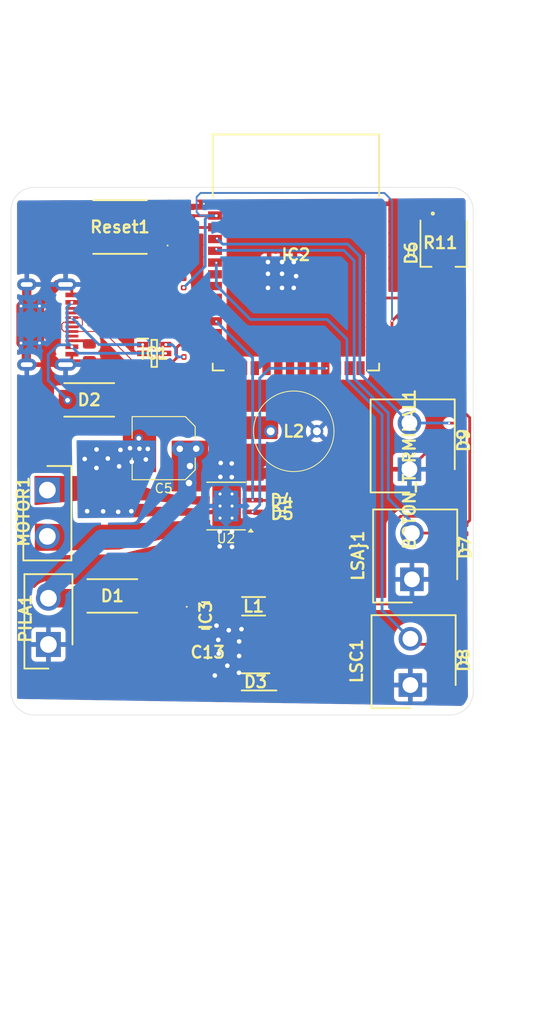
<source format=kicad_pcb>
(kicad_pcb (version 20241229) (generator "pcbnew") (generator_version "9.0")
  (layers (0 "F.Cu" signal) (2 "B.Cu" signal) (13 "F.Paste" user) (15 "B.Paste" user) (5 "F.SilkS" user "F.Silkscreen") (7 "B.SilkS" user "B.Silkscreen") (1 "F.Mask" user) (3 "B.Mask" user) (25 "Edge.Cuts" user))
  (net 0 "")
  (net 1 "Net-(D9-K)")
  (net 2 "GND")
  (net 3 "/Alimentacion/V3.3")
  (net 4 "PGND")
  (net 5 "VDD")
  (net 6 "EN")
  (net 7 "ADC_CH0")
  (net 8 "/Alimentacion/VUSB")
  (net 9 "Net-(IC3-SW)")
  (net 10 "Net-(IC3-BST)")
  (net 11 "Net-(D1-K)")
  (net 12 "D+")
  (net 13 "D-")
  (net 14 "/DRIVER/PWM_DER")
  (net 15 "/DRIVER/PWM_IZ")
  (net 16 "Net-(D7-K)")
  (net 17 "Net-(D8-K)")
  (net 18 "Net-(IC1-I{slash}O1_1)")
  (net 19 "Net-(IC1-I{slash}O2_2)")
  (net 20 "Net-(IC1-I{slash}O2_1)")
  (net 21 "Net-(IC1-I{slash}O1_2)")
  (net 50 "Net-(J1-CC1)")
  (net 52 "Net-(J1-CC2)")
  (net 53 "/DRIVER/MOTOR_OUT1")
  (net 54 "/DRIVER/MOTOR_OUT2")
  (net 55 "Net-(U2-ILIM)")
  (footprint "SamacSys_Parts:SODFL1006X40N" (layer "F.Cu") (at 243.426 114.146 -90)
    (property "Reference" "D8")
    (property "Value" "ESD9B3.3ST5G" (hide yes))
  )
  (footprint "PCM_JLCPCB:C_0603" (layer "F.Cu") (at 212.216 84.666)
    (property "Reference" "C10" (hide yes))
    (property "Value" "22uF" (hide yes))
  )
  (footprint "PCM_JLCPCB:R_0402" (layer "F.Cu") (at 236.726 80.296 90)
    (property "Reference" "R7" (hide yes))
    (property "Value" "4.7kΩ" (hide yes))
  )
  (footprint "SamacSys_Parts:SODFL1006X40N" (layer "F.Cu") (at 223.786 98.306)
    (property "Reference" "D5")
    (property "Value" "ESD9B3.3ST5G" (hide yes))
  )
  (footprint "PCM_JLCPCB:C_0402" (layer "F.Cu") (at 214.186 82.986 -90)
    (property "Reference" "C15" (hide yes))
    (property "Value" "1uF")
  )
  (footprint "SamacSys_Parts:SODFL1006X40N" (layer "F.Cu") (at 243.416 90.386 -90)
    (property "Reference" "D9")
    (property "Value" "ESD9B3.3ST5G" (hide yes))
  )
  (footprint "PCM_JLCPCB:R_0805" (layer "F.Cu") (at 202.936 80.876 -90)
    (property "Reference" "R10" (hide yes))
    (property "Value" "5.1kΩ")
  )
  (footprint "SamacSys_Parts:SHDR2W160P0X500_1X2_1020X520X1070P" (layer "F.Cu") (at 198.391 95.761 -90)
    (property "Reference" "MOTOR1")
    (property "Value" "XT30UPB-M" (hide yes))
  )
  (footprint "Capacitor_SMD:C_Elec_6.3x7.7" (layer "F.Cu") (at 210.971 91.231 180)
    (property "Reference" "C5")
    (property "Value" "47uF")
  )
  (footprint "SamacSys_Parts:SODFL1006X40N" (layer "F.Cu") (at 223.756 96.876)
    (property "Reference" "D4")
    (property "Value" "ESD9B3.3ST5G" (hide yes))
  )
  (footprint "PCM_JLCPCB:R_0603" (layer "F.Cu") (at 222.621 94.751 90)
    (property "Reference" "R2" (hide yes))
    (property "Value" "30kΩ")
  )
  (footprint "PCM_JLCPCB:C_0603" (layer "F.Cu") (at 217.958 106.066)
    (property "Reference" "C11" (hide yes))
    (property "Value" "100nF")
  )
  (footprint "PCM_JLCPCB:R_0402" (layer "F.Cu") (at 213.666 81.376 180)
    (property "Reference" "R6" (hide yes))
    (property "Value" "33Ω" (hide yes))
  )
  (footprint "SamacSys_Parts:SHDR2W105P0X500_1X2_1000X900X1260P" (layer "F.Cu") (at 237.556 93.511 90)
    (property "Reference" "BOTON_TERMINAL1")
    (property "Value" "WJ300V-5.0-2P" (hide yes))
  )
  (footprint "PCM_JLCPCB:R_0805" (layer "F.Cu") (at 203.2035 75.426 90)
    (property "Reference" "R9" (hide yes))
    (property "Value" "5.1kΩ")
  )
  (footprint "PCM_JLCPCB:C_0402" (layer "F.Cu") (at 213.686 78.716 180)
    (property "Reference" "C16" (hide yes))
    (property "Value" "1uF")
  )
  (footprint "Package_SO:Texas_HTSOP-8-1EP_3.9x4.9mm_P1.27mm_EP2.95x4.9mm_Mask2.4x3.1mm_ThermalVias" (layer "F.Cu") (at 217.721 97.486 180)
    (property "Reference" "U2")
    (property "Value" "DRV8871DDA")
  )
  (footprint "SamacSys_Parts:3314J-1" (layer "F.Cu") (at 241.246 69.136)
    (property "Reference" "R11")
    (property "Value" "3314J-1-103E" (hide yes))
  )
  (footprint "SamacSys_Parts:ESP32S3WROOM1N16" (layer "F.Cu") (at 225.276 70.086)
    (property "Reference" "IC2")
    (property "Value" "ESP32-S3-WROOM-1-N16" (hide yes))
  )
  (footprint "SamacSys_Parts:SHDR2W105P0X500_1X2_1000X900X1260P" (layer "F.Cu") (at 237.656 116.826 90)
    (property "Reference" "LSC1")
    (property "Value" "WJ300V-5.0-2P" (hide yes))
  )
  (footprint "SamacSys_Parts:DIONM5436X244N" (layer "F.Cu") (at 202.916 86.016 180)
    (property "Reference" "D2")
    (property "Value" "SS210-E3_52T" (hide yes))
  )
  (footprint "PCM_JLCPCB:C_0603" (layer "F.Cu") (at 212.806 65.756 90)
    (property "Reference" "C1" (hide yes))
    (property "Value" "22uF")
  )
  (footprint "SamacSys_Parts:RLB1014104KL" (layer "F.Cu") (at 227.544 89.408 180)
    (property "Reference" "L2")
    (property "Value" "RLB1014-104KL" (hide yes))
  )
  (footprint "SamacSys_Parts:CAPC3216X180N" (layer "F.Cu") (at 215.738 113.286 180)
    (property "Reference" "C13")
    (property "Value" "10uF" (hide yes))
  )
  (footprint "PCM_JLCPCB:C_0402" (layer "F.Cu") (at 214.076 65.726 90)
    (property "Reference" "C2" (hide yes))
    (property "Value" "100nF")
  )
  (footprint "PCM_JLCPCB:R_0402" (layer "F.Cu") (at 243.416 88.086 90)
    (property "Reference" "R3" (hide yes))
    (property "Value" "4.7kΩ" (hide yes))
  )
  (footprint "SamacSys_Parts:SHDR2W105P0X500_1X2_1000X900X1260P" (layer "F.Cu") (at 237.826 105.406 90)
    (property "Reference" "LSA}1")
    (property "Value" "WJ300V-5.0-2P" (hide yes))
  )
  (footprint "SamacSys_Parts:SHDR2W160P0X500_1X2_1020X520X1070P" (layer "F.Cu") (at 198.506 112.446 90)
    (property "Reference" "PILA1")
    (property "Value" "XT30UPB-M" (hide yes))
  )
  (footprint "PCM_JLCPCB:C_0402" (layer "F.Cu") (at 218.686 90.424 90)
    (property "Reference" "C4" (hide yes))
    (property "Value" "10nF")
  )
  (footprint "SamacSys_Parts:AP63203WU7" (layer "F.Cu") (at 215.517 109.316 -90)
    (property "Reference" "IC3")
    (property "Value" "AP63203WU-7" (hide yes))
  )
  (footprint "SamacSys_Parts:SODFL1006X40N" (layer "F.Cu") (at 243.596 101.976 -90)
    (property "Reference" "D7")
    (property "Value" "ESD9B3.3ST5G" (hide yes))
  )
  (footprint "PCM_JLCPCB:C_0603" (layer "F.Cu") (at 216.111 93.921)
    (property "Reference" "C6" (hide yes))
    (property "Value" "100nF")
  )
  (footprint "PCM_JLCPCB:C_0402" (layer "F.Cu") (at 237.746 67.636 90)
    (property "Reference" "C8" (hide yes))
    (property "Value" "100nF")
  )
  (footprint "PCM_JLCPCB:C_1206" (layer "F.Cu") (at 220.798 110.796 180)
    (property "Reference" "C12" (hide yes))
    (property "Value" "22uF")
  )
  (footprint "PCM_JLCPCB:C_0402" (layer "F.Cu") (at 209.9515 83.3105)
    (property "Reference" "C9" (hide yes))
    (property "Value" "100nF")
  )
  (footprint "SamacSys_Parts:SOT95P280X145-6N" (layer "F.Cu") (at 209.9515 80.9905)
    (property "Reference" "IC1")
    (property "Value" "USBLC6-2SC6" (hide yes))
  )
  (footprint "PCM_JLCPCB:C_0402" (layer "F.Cu") (at 212.036 73.416 90)
    (property "Reference" "C7" (hide yes))
    (property "Value" "100nF")
  )
  (footprint "SamacSys_Parts:XKB5858WTP" (layer "F.Cu") (at 206.246 67.336 180)
    (property "Reference" "Reset1")
    (property "Value" "XKB5858-W-TP" (hide yes))
  )
  (footprint "SamacSys_Parts:SODFL1006X40N" (layer "F.Cu") (at 237.746 70.136 -90)
    (property "Reference" "D6")
    (property "Value" "ESD9B3.3ST5G" (hide yes))
  )
  (footprint "PCM_JLCPCB:R_0402" (layer "F.Cu") (at 243.366 111.926 -90)
    (property "Reference" "R5" (hide yes))
    (property "Value" "4.7kΩ" (hide yes))
  )
  (footprint "PCM_JLCPCB:R_0402" (layer "F.Cu") (at 243.626 99.976 90)
    (property "Reference" "R4" (hide yes))
    (property "Value" "4.7kΩ" (hide yes))
  )
  (footprint "PCM_JLCPCB:R_0402" (layer "F.Cu") (at 213.136 73.396 90)
    (property "Reference" "R1" (hide yes))
    (property "Value" "10kΩ" (hide yes))
  )
  (footprint "PCM_JLCPCB:C_1206" (layer "F.Cu") (at 220.798 113.406 180)
    (property "Reference" "C14" (hide yes))
    (property "Value" "22uF")
  )
  (footprint "SamacSys_Parts:INDM2520X190N" (layer "F.Cu") (at 220.698 108.316)
    (property "Reference" "L1")
    (property "Value" "NLV25T-3R9J-PF" (hide yes))
  )
  (footprint "SamacSys_Parts:SOD3718X108N" (layer "F.Cu") (at 220.908 116.486 180)
    (property "Reference" "D3")
    (property "Value" "SMF3.3" (hide yes))
  )
  (footprint "PCM_JLCPCB:TYPE-C-SMD_HX-TYPE-C-16PIN" (layer "F.Cu") (at 198.5435 77.876 -90)
    (property "Reference" "J1" (hide yes))
    (property "Value" "Connector, USB-TYPE-C-16P")
  )
  (footprint "PCM_JLCPCB:C_0402" (layer "F.Cu") (at 212.526 74.986 180)
    (property "Reference" "C3" (hide yes))
    (property "Value" "100nF")
  )
  (footprint "PCM_JLCPCB:R_0402" (layer "F.Cu") (at 213.646 80.086 180)
    (property "Reference" "R8" (hide yes))
    (property "Value" "33Ω" (hide yes))
  )
  (footprint "SamacSys_Parts:DIONM5436X244N" (layer "F.Cu") (at 205.416 107.196 180)
    (property "Reference" "D1")
    (property "Value" "SS210-E3_52T" (hide yes))
  )
  (gr_rect (start 201.736 90.531) (end 209.696 93.741) (stroke (width 0.2)) (fill yes) (layer "F.Cu") (net 4))
  (gr_rect (start 219.2085 93.446) (end 223.181 94.461) (stroke (width 0.2)) (fill yes) (layer "F.Cu") (net 2))
  (gr_rect (start 215.678 109.936) (end 220.188 117.436) (stroke (width 0.2)) (fill yes) (layer "F.Cu") (net 2))
  (gr_rect (start 206.654 89.196) (end 210.058 93.726) (stroke (width 0.2)) (fill yes) (layer "F.Cu") (net 4))
  (gr_rect (start 211.941 90.521) (end 215.691 95.811) (stroke (width 0.2)) (fill yes) (layer "F.Cu") (net 5))
  (gr_rect (start 206.654 87.905) (end 223.266 89.641) (stroke (width 0.2)) (fill yes) (layer "F.Cu") (net 4))
  (gr_rect (start 218.262 87.905) (end 223.19 90.149) (stroke (width 0.2)) (fill yes) (layer "F.Cu") (net 4))
  (gr_rect (start 216.361 98.911) (end 221.911 100.051) (stroke (width 0.2)) (fill yes) (layer "F.Cu") (net 2))
  (gr_poly (pts (xy 215.872193 96.511541) (xy 213.106 96.542229) (xy 210.206763 95.994963) (xy 205.830462 94.362082) (xy 197.08864 94.322625) (xy 197.104 97.282) (xy 201.93 96.774) (xy 208.965373 96.774) (xy 215.8255 97.345946)) (stroke (width 0.2)) (fill yes) (layer "F.Cu") (net 53))
  (gr_rect (start 216.158 108.876) (end 219.998 109.576) (stroke (width 0.2)) (fill yes) (layer "F.Cu") (net 9))
  (gr_rect (start 218.208 105.566) (end 219.998 109.576) (stroke (width 0.2)) (fill yes) (layer "F.Cu") (net 9))
  (gr_poly (pts (xy 215.9 99.822) (xy 212.061 100.661) (xy 206.166406 102.079975) (xy 197.125838 102.238234) (xy 197.146 99.476) (xy 200.476 99.546) (xy 204.811 99.601) (xy 215.9 99.06)) (stroke (width 0.2)) (fill yes) (layer "F.Cu") (net 54))
  (gr_rect (start 220.016 95.351) (end 222.961 95.821) (stroke (width 0.2)) (fill yes) (layer "F.Cu") (net 55))
  (gr_poly (pts (xy 215.201 97.871) (xy 210.011 97.641) (xy 208.965373 97.35008) (xy 201.84791 97.314846) (xy 201.827817 98.641) (xy 207.471 98.641) (xy 209.881 98.471) (xy 215.141 98.401)) (stroke (width 0.2)) (fill yes) (layer "F.Cu") (net 4))
  (gr_rect (start 221.216 106.416) (end 223.376 117.346) (stroke (width 0.2)) (fill yes) (layer "F.Cu") (net 3))
  (gr_rect (start 216.361 91.881) (end 219.221 102.811) (stroke (width 0.2)) (fill yes) (layer "F.Cu") (net 2))
  (gr_poly (pts (xy 210.001 90.506385) (xy 201.645156 90.473404) (xy 201.764891 98.695149) (xy 207.583844 98.63632) (xy 210.001 93.181) (xy 210.011 90.651)) (stroke (width 0.2)) (fill yes) (layer "B.Cu") (net 4))
  (gr_line (start 244.456 65.556) (end 244.456 117.556) (stroke (width 0.05)) (layer "Edge.Cuts"))
  (gr_arc (start 244.456 117.556) (mid 243.723767 119.323767) (end 241.956 120.056) (stroke (width 0.05)) (layer "Edge.Cuts"))
  (gr_line (start 196.956 63.056) (end 241.956 63.056) (stroke (width 0.05)) (layer "Edge.Cuts"))
  (gr_line (start 241.956 120.056) (end 196.956 120.056) (stroke (width 0.05)) (layer "Edge.Cuts"))
  (gr_arc (start 196.956 120.056) (mid 195.188233 119.323767) (end 194.456 117.556) (stroke (width 0.05)) (layer "Edge.Cuts"))
  (gr_arc (start 241.956 63.056) (mid 243.723767 63.788233) (end 244.456 65.556) (stroke (width 0.05)) (layer "Edge.Cuts"))
  (gr_line (start 194.456 117.556) (end 194.456 65.556) (stroke (width 0.05)) (layer "Edge.Cuts"))
  (gr_arc (start 194.456 65.556) (mid 195.188233 63.788233) (end 196.956 63.056) (stroke (width 0.05)) (layer "Edge.Cuts"))
  (segment (start 243.356 88.526) (end 243.416 88.586) (width 0.3) (layer "F.Cu") (net 1))
  (segment (start 241.846 88.526) (end 243.356 88.526) (width 0.3) (layer "F.Cu") (net 1))
  (segment (start 243.416 89.886) (end 243.416 88.586) (width 0.3) (layer "F.Cu") (net 1))
  (via (at 216.736 68.576) (size 0.2) (drill 0.2) (layers "F.Cu" "B.Cu") (net 1))
  (via (at 241.846 88.526) (size 0.2) (drill 0.2) (layers "F.Cu" "B.Cu") (net 1))
  (segment (start 232.196 70.496) (end 230.886 69.186) (width 0.3) (layer "B.Cu") (net 1))
  (segment (start 237.556 88.511) (end 232.196 83.151) (width 0.3) (layer "B.Cu") (net 1))
  (segment (start 217.346 69.186) (end 216.736 68.576) (width 0.3) (layer "B.Cu") (net 1))
  (segment (start 230.886 69.186) (end 217.346 69.186) (width 0.3) (layer "B.Cu") (net 1))
  (segment (start 237.556 88.511) (end 241.831 88.511) (width 0.3) (layer "B.Cu") (net 1))
  (segment (start 232.196 83.151) (end 232.196 70.496) (width 0.3) (layer "B.Cu") (net 1))
  (segment (start 241.831 88.511) (end 241.846 88.526) (width 0.3) (layer "B.Cu") (net 1))
  (segment (start 237.746 70.636) (end 236.796 70.636) (width 0.3) (layer "F.Cu") (net 2))
  (segment (start 214.186 84.066) (end 214.186 83.486) (width 0.3) (layer "F.Cu") (net 2))
  (segment (start 236.346 67.636) (end 236.846 67.136) (width 0.3) (layer "F.Cu") (net 2))
  (segment (start 197.5435 75.522447) (end 199.519947 73.546) (width 1) (layer "F.Cu") (net 2))
  (segment (start 211.247 66.215) (end 212.486 64.976) (width 0.3) (layer "F.Cu") (net 2))
  (segment (start 237.746 67.136) (end 240.096 67.136) (width 0.3) (layer "F.Cu") (net 2))
  (segment (start 196.1635 75.256) (end 195.5435 75.876) (width 1) (layer "F.Cu") (net 2))
  (segment (start 195.5435 79.876) (end 196.1135 80.446) (width 1) (layer "F.Cu") (net 2))
  (segment (start 236.726 79.796) (end 237.035999 79.796) (width 0.3) (layer "F.Cu") (net 2))
  (segment (start 209.3015 81.1105) (end 208.8215 81.1105) (width 0.3) (layer "F.Cu") (net 2))
  (segment (start 218.686 96.451) (end 217.791 97.346) (width 0.5) (layer "F.Cu") (net 2))
  (segment (start 199.519947 73.546) (end 200.3635 73.546) (width 1) (layer "F.Cu") (net 2))
  (segment (start 203.0435 74.676) (end 203.2035 74.516) (width 0.3) (layer "F.Cu") (net 2))
  (segment (start 196.1135 80.446) (end 196.1135 82.156) (width 1) (layer "F.Cu") (net 2))
  (segment (start 211.247 66.695) (end 211.247 66.215) (width 0.3) (layer "F.Cu") (net 2))
  (segment (start 197.5435 80.229553) (end 199.519947 82.206) (width 1) (layer "F.Cu") (net 2))
  (segment (start 201.1635 81.196) (end 201.0435 81.076) (width 0.3) (layer "F.Cu") (net 2))
  (segment (start 210.606 67.336) (end 211.247 66.695) (width 0.3) (layer "F.Cu") (net 2))
  (segment (start 201.0435 74.226) (end 200.3635 73.546) (width 0.3) (layer "F.Cu") (net 2))
  (segment (start 197.5435 75.876) (end 197.5435 75.522447) (width 1) (layer "F.Cu") (net 2))
  (segment (start 237.556 93.511) (end 240.791 93.511) (width 0.3) (layer "F.Cu") (net 2))
  (segment (start 240.791 93.511) (end 243.416 90.886) (width 0.3) (layer "F.Cu") (net 2))
  (segment (start 199.519947 82.206) (end 200.3635 82.206) (width 1) (layer "F.Cu") (net 2))
  (segment (start 218.556 92.666) (end 218.336 92.886) (width 0.3) (layer "F.Cu") (net 2))
  (segment (start 239.836 91.231) (end 237.556 93.511) (width 0.3) (layer "F.Cu") (net 2))
  (segment (start 196.1135 82.156) (end 196.1635 82.206) (width 1) (layer "F.Cu") (net 2))
  (segment (start 209.7215 81.5305) (end 209.3015 81.1105) (width 0.3) (layer "F.Cu") (net 2))
  (segment (start 212.806 64.976) (end 216.536 64.976) (width 0.3) (layer "F.Cu") (net 2))
  (segment (start 223.021 93.931) (end 222.621 93.931) (width 0.5) (layer "F.Cu") (net 2))
  (segment (start 212.486 64.976) (end 212.806 64.976) (width 0.3) (layer "F.Cu") (net 2))
  (segment (start 201.0435 81.076) (end 201.0435 81.526) (width 0.3) (layer "F.Cu") (net 2))
  (segment (start 213.186 78.716) (end 208.036 78.716) (width 0.3) (layer "F.Cu") (net 2))
  (segment (start 207.916 80.926) (end 208.637 80.926) (width 0.3) (layer "F.Cu") (net 2))
  (segment (start 212.036 73.816) (end 211.996 73.856) (width 0.3) (layer "F.Cu") (net 2))
  (segment (start 237.826 105.406) (end 240.666 105.406) (width 0.3) (layer "F.Cu") (net 2))
  (segment (start 227.544 89.408) (end 223.021 93.931) (width 0.5) (layer "F.Cu") (net 2))
  (segment (start 240.666 105.406) (end 243.596 102.476) (width 0.3) (layer "F.Cu") (net 2))
  (segment (start 237.656 116.826) (end 241.246 116.826) (width 0.3) (layer "F.Cu") (net 2))
  (segment (start 207.636 80.646) (end 207.916 80.926) (width 0.3) (layer "F.Cu") (net 2))
  (segment (start 208.637 80.926) (end 208.7015 80.9905) (width 0.3) (layer "F.Cu") (net 2))
  (segment (start 213.586 84.666) (end 214.186 84.066) (width 0.3) (layer "F.Cu") (net 2))
  (segment (start 241.246 116.826) (end 243.426 114.646) (width 0.3) (layer "F.Cu") (net 2))
  (segment (start 201.0435 81.526) (end 200.3635 82.206) (width 0.3) (layer "F.Cu") (net 2))
  (segment (start 237.035999 79.796) (end 239.836 82.596001) (width 0.3) (layer "F.Cu") (net 2))
  (segment (start 212.036 73.916) (end 212.036 73.816) (width 0.3) (layer "F.Cu") (net 2))
  (segment (start 212.996 84.666) (end 213.586 84.666) (width 0.3) (layer "F.Cu") (net 2))
  (segment (start 208.036 78.716) (end 207.636 79.116) (width 0.3) (layer "F.Cu") (net 2))
  (segment (start 202.936 81.786) (end 200.7835 81.786) (width 0.3) (layer "F.Cu") (net 2))
  (segment (start 200.7835 81.786) (end 200.3635 82.206) (width 0.3) (layer "F.Cu") (net 2))
  (segment (start 209.621 67.336) (end 210.606 67.336) (width 0.3) (layer "F.Cu") (net 2))
  (segment (start 218.686 90.924) (end 218.686 96.451) (width 0.5) (layer "F.Cu") (net 2))
  (segment (start 209.4515 83.3105) (end 209.7215 83.0405) (width 0.3) (layer "F.Cu") (net 2))
  (segment (start 239.836 82.596001) (end 239.836 91.231) (width 0.3) (layer "F.Cu") (net 2))
  (segment (start 236.346 70.186) (end 236.346 67.636) (width 0.3) (layer "F.Cu") (net 2))
  (segment (start 236.846 67.136) (end 237.746 67.136) (width 0.3) (layer "F.Cu") (net 2))
  (segment (start 201.0435 74.676) (end 203.0435 74.676) (width 0.3) (layer "F.Cu") (net 2))
  (segment (start 196.1635 73.546) (end 196.1635 75.256) (width 1) (layer "F.Cu") (net 2))
  (segment (start 201.0435 74.676) (end 201.0435 74.226) (width 0.3) (layer "F.Cu") (net 2))
  (segment (start 197.5435 79.876) (end 197.5435 80.229553) (width 1) (layer "F.Cu") (net 2))
  (segment (start 207.636 79.116) (end 207.636 80.646) (width 0.3) (layer "F.Cu") (net 2))
  (segment (start 209.7215 83.0405) (end 209.7215 81.5305) (width 0.3) (layer "F.Cu") (net 2))
  (segment (start 236.796 70.636) (end 236.346 70.186) (width 0.3) (layer "F.Cu") (net 2))
  (via (at 225.298 72.644) (size 0.9) (drill 0.5) (layers "F.Cu" "B.Cu") (net 2))
  (via (at 225.044 73.914) (size 0.9) (drill 0.5) (layers "F.Cu" "B.Cu") (net 2))
  (via (at 219.386 110.786) (size 0.9) (drill 0.5) (layers "F.Cu" "B.Cu") (net 2))
  (via (at 218.366 100.236) (size 0.9) (drill 0.5) (layers "F.Cu" "B.Cu") (net 2))
  (via (at 217.856 114.736) (size 0.9) (drill 0.5) (layers "F.Cu" "B.Cu") (net 2))
  (via (at 225.044 71.12) (size 0.9) (drill 0.5) (layers "F.Cu" "B.Cu") (net 2))
  (via (at 223.774 73.914) (size 0.9) (drill 0.5) (layers "F.Cu" "B.Cu") (net 2))
  (via (at 219.136 112.116) (size 0.9) (drill 0.5) (layers "F.Cu" "B.Cu") (net 2))
  (via (at 218.336 92.886) (size 0.9) (drill 0.5) (layers "F.Cu" "B.Cu") (net 2))
  (via (at 222.25 72.39) (size 0.9) (drill 0.5) (layers "F.Cu" "B.Cu") (net 2))
  (via (at 218.336 94.366) (size 0.9) (drill 0.5) (layers "F.Cu" "B.Cu") (net 2))
  (via (at 216.926 113.436) (size 0.9) (drill 0.5) (layers "F.Cu" "B.Cu") (net 2))
  (via (at 216.686 110.406) (size 0.9) (drill 0.5) (layers "F.Cu" "B.Cu") (net 2))
  (via (at 222.25 71.12) (size 0.9) (drill 0.5) (layers "F.Cu" "B.Cu") (net 2))
  (via (at 217.026 101.846) (size 0.9) (drill 0.5) (layers "F.Cu" "B.Cu") (net 2))
  (via (at 222.25 73.914) (size 0.9) (drill 0.5) (layers "F.Cu" "B.Cu") (net 2))
  (via (at 223.774 71.12) (size 0.9) (drill 0.5) (layers "F.Cu" "B.Cu") (net 2))
  (via (at 216.876 111.946) (size 0.9) (drill 0.5) (layers "F.Cu" "B.Cu") (net 2))
  (via (at 223.774 72.39) (size 0.9) (drill 0.5) (layers "F.Cu" "B.Cu") (net 2))
  (via (at 218.016 110.906) (size 0.9) (drill 0.5) (layers "F.Cu" "B.Cu") (net 2))
  (via (at 217.106 94.336) (size 0.9) (drill 0.5) (layers "F.Cu" "B.Cu") (net 2))
  (via (at 219.136 113.686) (size 0.9) (drill 0.5) (layers "F.Cu" "B.Cu") (net 2))
  (via (at 216.506 115.796) (size 0.9) (drill 0.5) (layers "F.Cu" "B.Cu") (net 2))
  (via (at 217.141 92.831) (size 0.9) (drill 0.5) (layers "F.Cu" "B.Cu") (net 2))
  (via (at 218.366 101.896) (size 0.9) (drill 0.5) (layers "F.Cu" "B.Cu") (net 2))
  (via (at 219.116 115.496) (size 0.9) (drill 0.5) (layers "F.Cu" "B.Cu") (net 2))
  (via (at 217.026 100.236) (size 0.9) (drill 0.5) (layers "F.Cu" "B.Cu") (net 2))
  (segment (start 243.386 71.698) (end 242.338 72.746) (width 0.3) (layer "F.Cu") (net 3))
  (segment (start 213.766 66.536) (end 214.076 66.226) (width 0.3) (layer "F.Cu") (net 3))
  (segment (start 225.008 108.066) (end 222.278 110.796) (width 0.3) (layer "F.Cu") (net 3))
  (segment (start 235.776 80.796) (end 235.666 80.906) (width 0.3) (layer "F.Cu") (net 3))
  (segment (start 242.396 67.136) (end 243.386 68.126) (width 0.3) (layer "F.Cu") (net 3))
  (segment (start 236.151 77.001) (end 235.671 77.481) (width 0.3) (layer "F.Cu") (net 3))
  (segment (start 214.186 66.116) (end 214.076 66.226) (width 0.3) (layer "F.Cu") (net 3))
  (segment (start 243.416 84.266) (end 236.151 77.001) (width 0.3) (layer "F.Cu") (net 3))
  (segment (start 243.725999 87.586) (end 243.416 87.586) (width 0.3) (layer "F.Cu") (net 3))
  (segment (start 216.096 105.006) (end 220.836 105.006) (width 0.5) (layer "F.Cu") (net 3))
  (segment (start 235.671 77.481) (end 235.666 77.486) (width 0.3) (layer "F.Cu") (net 3))
  (segment (start 236.586 98.596) (end 242.746 98.596) (width 0.3) (layer "F.Cu") (net 3))
  (segment (start 242.338 72.746) (end 240.406 72.746) (width 0.3) (layer "F.Cu") (net 3))
  (segment (start 236.706 80.796) (end 235.776 80.796) (width 0.3) (layer "F.Cu") (net 3))
  (segment (start 235.666 80.906) (end 235.216 81.356) (width 0.3) (layer "F.Cu") (net 3))
  (segment (start 242.746 98.596) (end 243.626 99.476) (width 0.3) (layer "F.Cu") (net 3))
  (segment (start 235.706 108.066) (end 225.008 108.066) (width 0.3) (layer "F.Cu") (net 3))
  (segment (start 244.077 99.025) (end 244.077 87.937001) (width 0.3) (layer "F.Cu") (net 3))
  (segment (start 243.366 111.426) (end 240.006 108.066) (width 0.3) (layer "F.Cu") (net 3))
  (segment (start 243.386 68.126) (end 243.386 71.698) (width 0.3) (layer "F.Cu") (net 3))
  (segment (start 244.077 87.937001) (end 243.725999 87.586) (width 0.3) (layer "F.Cu") (net 3))
  (segment (start 235.706 99.476) (end 236.586 98.596) (width 0.3) (layer "F.Cu") (net 3))
  (segment (start 216.666 66.116) (end 214.186 66.116) (width 0.3) (layer "F.Cu") (net 3))
  (segment (start 222.296 106.466) (end 222.296 111.881) (width 0.5) (layer "F.Cu") (net 3))
  (segment (start 214.418 106.684) (end 216.096 105.006) (width 0.5) (layer "F.Cu") (net 3))
  (segment (start 212.806 66.536) (end 213.766 66.536) (width 0.3) (layer "F.Cu") (net 3))
  (segment (start 214.418 108.366) (end 214.418 106.684) (width 0.5) (layer "F.Cu") (net 3))
  (segment (start 240.006 108.066) (end 235.706 108.066) (width 0.3) (layer "F.Cu") (net 3))
  (segment (start 220.836 105.006) (end 222.296 106.466) (width 0.5) (layer "F.Cu") (net 3))
  (segment (start 235.666 77.486) (end 235.666 80.906) (width 0.3) (layer "F.Cu") (net 3))
  (segment (start 235.706 108.066) (end 235.706 99.476) (width 0.3) (layer "F.Cu") (net 3))
  (segment (start 240.406 72.746) (end 236.151 77.001) (width 0.3) (layer "F.Cu") (net 3))
  (segment (start 243.416 87.586) (end 243.416 84.266) (width 0.3) (layer "F.Cu") (net 3))
  (segment (start 235.216 81.356) (end 234.166 81.356) (width 0.3) (layer "F.Cu") (net 3))
  (segment (start 243.626 99.476) (end 244.077 99.025) (width 0.3) (layer "F.Cu") (net 3))
  (via (at 213.136 73.896) (size 0.3) (drill 0.3) (layers "F.Cu" "B.Cu") (net 3))
  (via (at 235.671 77.481) (size 0.2) (drill 0.2) (layers "F.Cu" "B.Cu") (net 3))
  (via (at 216.666 66.116) (size 0.3) (drill 0.3) (layers "F.Cu" "B.Cu") (net 3))
  (segment (start 215.466 71.566) (end 215.466 66.486) (width 0.3) (layer "B.Cu") (net 3))
  (segment (start 235.671 64.481) (end 234.847 63.657) (width 0.2) (layer "B.Cu") (net 3))
  (segment (start 214.536 64.087) (end 214.536 65.726) (width 0.2) (layer "B.Cu") (net 3))
  (segment (start 234.847 63.657) (end 214.966 63.657) (width 0.2) (layer "B.Cu") (net 3))
  (segment (start 214.926 66.116) (end 216.666 66.116) (width 0.2) (layer "B.Cu") (net 3))
  (segment (start 214.536 65.726) (end 214.926 66.116) (width 0.2) (layer "B.Cu") (net 3))
  (segment (start 216.506 66.116) (end 216.666 66.116) (width 0.3) (layer "B.Cu") (net 3))
  (segment (start 215.836 66.116) (end 216.506 66.116) (width 0.3) (layer "B.Cu") (net 3))
  (segment (start 215.466 66.486) (end 215.836 66.116) (width 0.3) (layer "B.Cu") (net 3))
  (segment (start 214.966 63.657) (end 214.536 64.087) (width 0.2) (layer "B.Cu") (net 3))
  (segment (start 235.671 77.481) (end 235.671 64.481) (width 0.2) (layer "B.Cu") (net 3))
  (segment (start 213.136 73.896) (end 215.466 71.566) (width 0.3) (layer "B.Cu") (net 3))
  (via (at 204.421 98.061) (size 0.9) (drill 0.5) (layers "F.Cu" "B.Cu") (net 4))
  (via (at 206.151 93.201) (size 0.9) (drill 0.5) (layers "F.Cu" "B.Cu") (net 4))
  (via (at 203.701 93.371) (size 0.9) (drill 0.5) (layers "F.Cu" "B.Cu") (net 4))
  (via (at 207.471 98.044) (size 0.9) (drill 0.5) (layers "F.Cu" "B.Cu") (net 4))
  (via (at 209.256 91.316) (size 0.9) (drill 0.5) (layers "F.Cu" "B.Cu") (net 4))
  (via (at 207.518 92.71) (size 0.9) (drill 0.5) (layers "F.Cu" "B.Cu") (net 4))
  (via (at 206.301 91.421) (size 0.9) (drill 0.5) (layers "F.Cu" "B.Cu") (net 4))
  (via (at 202.431 92.401) (size 0.9) (drill 0.5) (layers "F.Cu" "B.Cu") (net 4))
  (via (at 207.336 91.236) (size 0.9) (drill 0.5) (layers "F.Cu" "B.Cu") (net 4))
  (via (at 204.931 92.351) (size 0.9) (drill 0.5) (layers "F.Cu" "B.Cu") (net 4))
  (via (at 208.28 90.17) (size 0.9) (drill 0.5) (layers "F.Cu" "B.Cu") (net 4))
  (via (at 202.692 98.044) (size 0.9) (drill 0.5) (layers "F.Cu" "B.Cu") (net 4))
  (via (at 208.351 91.291) (size 0.9) (drill 0.5) (layers "F.Cu" "B.Cu") (net 4))
  (via (at 203.711 91.371) (size 0.9) (drill 0.5) (layers "F.Cu" "B.Cu") (net 4))
  (via (at 206.051 98.111) (size 0.9) (drill 0.5) (layers "F.Cu" "B.Cu") (net 4))
  (via (at 209.042 92.456) (size 0.9) (drill 0.5) (layers "F.Cu" "B.Cu") (net 4))
  (segment (start 202.966 107.446) (end 203.216 107.196) (width 2) (layer "F.Cu") (net 5))
  (segment (start 198.506 107.446) (end 202.966 107.446) (width 2) (layer "F.Cu") (net 5))
  (via (at 214.496 91.286) (size 1.7) (drill 0.7) (layers "F.Cu" "B.Cu") (net 5))
  (via (at 213.706 94.996) (size 1.7) (drill 0.7) (layers "F.Cu" "B.Cu") (net 5))
  (via (at 212.716 91.306) (size 1.7) (drill 0.7) (layers "F.Cu" "B.Cu") (net 5))
  (via (at 213.816 93.166) (size 1.7) (drill 0.7) (layers "F.Cu" "B.Cu") (net 5))
  (segment (start 213.516 96.266) (end 208.766 101.016) (width 2) (layer "B.Cu") (net 5))
  (segment (start 204.276 101.016) (end 198.446 106.846) (width 2) (layer "B.Cu") (net 5))
  (segment (start 213.516 91.626) (end 213.516 96.266) (width 2) (layer "B.Cu") (net 5))
  (segment (start 208.766 101.016) (end 204.276 101.016) (width 2) (layer "B.Cu") (net 5))
  (segment (start 198.446 106.846) (end 198.256 106.846) (width 2) (layer "B.Cu") (net 5))
  (segment (start 212.226 67.386) (end 216.666 67.386) (width 0.3) (layer "F.Cu") (net 6))
  (segment (start 212.036 72.916) (end 212.036 71.751) (width 0.3) (layer "F.Cu") (net 6))
  (segment (start 212.036 71.751) (end 209.621 69.336) (width 0.3) (layer "F.Cu") (net 6))
  (segment (start 210.276 69.336) (end 212.226 67.386) (width 0.3) (layer "F.Cu") (net 6))
  (segment (start 212.056 72.896) (end 212.036 72.916) (width 0.3) (layer "F.Cu") (net 6))
  (segment (start 209.621 69.336) (end 210.276 69.336) (width 0.3) (layer "F.Cu") (net 6))
  (segment (start 213.136 72.896) (end 212.056 72.896) (width 0.3) (layer "F.Cu") (net 6))
  (segment (start 240.356 71.136) (end 236.486 75.006) (width 0.3) (layer "F.Cu") (net 7))
  (segment (start 239.746 69.636) (end 237.746 69.636) (width 0.3) (layer "F.Cu") (net 7))
  (segment (start 236.486 75.006) (end 234.166 75.006) (width 0.3) (layer "F.Cu") (net 7))
  (segment (start 241.246 71.136) (end 239.746 69.636) (width 0.3) (layer "F.Cu") (net 7))
  (segment (start 241.246 71.136) (end 240.356 71.136) (width 0.3) (layer "F.Cu") (net 7))
  (segment (start 237.746 68.136) (end 237.746 69.636) (width 0.3) (layer "F.Cu") (net 7))
  (segment (start 211.2015 80.9905) (end 211.176 80.9905) (width 0.3) (layer "F.Cu") (net 8))
  (segment (start 210.4515 84.3405) (end 210.4515 83.3105) (width 0.3) (layer "F.Cu") (net 8))
  (segment (start 211.436 84.666) (end 210.766 84.666) (width 0.3) (layer "F.Cu") (net 8))
  (segment (start 210.2505 83.1095) (end 210.4515 83.3105) (width 0.3) (layer "F.Cu") (net 8))
  (segment (start 210.4815 80.9905) (end 210.2505 81.2215) (width 0.3) (layer "F.Cu") (net 8))
  (segment (start 211.176 80.9905) (end 210.4815 80.9905) (width 0.3) (layer "F.Cu") (net 8))
  (segment (start 210.446 84.346) (end 210.4515 84.3405) (width 0.3) (layer "F.Cu") (net 8))
  (segment (start 210.766 84.666) (end 210.446 84.346) (width 0.3) (layer "F.Cu") (net 8))
  (segment (start 210.2505 81.2215) (end 210.2505 83.1095) (width 0.3) (layer "F.Cu") (net 8))
  (via (at 211.176 80.9905) (size 0.3) (drill 0.3) (layers "F.Cu" "B.Cu") (net 8))
  (via (at 201.0435 80.276) (size 0.3) (drill 0.3) (layers "F.Cu" "B.Cu") (net 8))
  (via (at 201.0435 75.476) (size 0.3) (drill 0.3) (layers "F.Cu" "B.Cu") (net 8))
  (via (at 200.576 86.056) (size 0.9) (drill 0.5) (layers "F.Cu" "B.Cu") (net 8))
  (segment (start 211.1615 80.976) (end 211.176 80.9905) (width 0.3) (layer "B.Cu") (net 8))
  (segment (start 200.5425 79.775) (end 201.0435 80.276) (width 0.3) (layer "B.Cu") (net 8))
  (segment (start 201.7435 80.976) (end 211.1615 80.976) (width 0.3) (layer "B.Cu") (net 8))
  (segment (start 198.486 81.132136) (end 198.486 82.176) (width 0.3) (layer "B.Cu") (net 8))
  (segment (start 198.486 82.176) (end 198.486 83.916) (width 0.3) (layer "B.Cu") (net 8))
  (segment (start 201.0435 80.276) (end 201.7435 80.976) (width 0.3) (layer "B.Cu") (net 8))
  (segment (start 201.0435 80.276) (end 200.8325 80.065) (width 0.3) (layer "B.Cu") (net 8))
  (segment (start 200.5425 75.977) (end 200.5425 79.775) (width 0.3) (layer "B.Cu") (net 8))
  (segment (start 199.553136 80.065) (end 198.486 81.132136) (width 0.3) (layer "B.Cu") (net 8))
  (segment (start 198.486 83.916) (end 200.666 86.096) (width 0.3) (layer "B.Cu") (net 8))
  (segment (start 201.0435 75.476) (end 200.5425 75.977) (width 0.3) (layer "B.Cu") (net 8))
  (segment (start 200.8325 80.065) (end 199.553136 80.065) (width 0.3) (layer "B.Cu") (net 8))
  (segment (start 217.178 106.066) (end 217.178 107.763) (width 0.5) (layer "F.Cu") (net 10))
  (segment (start 217.178 107.763) (end 216.616 108.325) (width 0.5) (layer "F.Cu") (net 10))
  (segment (start 207.616 107.196) (end 210.598 107.196) (width 0.5) (layer "F.Cu") (net 11))
  (segment (start 200.997 88.646) (end 204.216 88.646) (width 0.5) (layer "F.Cu") (net 11))
  (segment (start 207.616 107.196) (end 207.256 107.196) (width 0.5) (layer "F.Cu") (net 11))
  (segment (start 205.116 87.746) (end 205.116 86.016) (width 0.5) (layer "F.Cu") (net 11))
  (segment (start 207.256 107.196) (end 204.47 109.982) (width 0.5) (layer "F.Cu") (net 11))
  (segment (start 204.216 88.646) (end 205.116 87.746) (width 0.5) (layer "F.Cu") (net 11))
  (segment (start 214.348 112.266) (end 214.348 113.286) (width 0.5) (layer "F.Cu") (net 11))
  (segment (start 196.088 108.458) (end 196.088 93.555) (width 0.5) (layer "F.Cu") (net 11))
  (segment (start 210.598 107.196) (end 213.148 109.746) (width 0.5) (layer "F.Cu") (net 11))
  (segment (start 197.612 109.982) (end 196.088 108.458) (width 0.5) (layer "F.Cu") (net 11))
  (segment (start 213.578 109.316) (end 213.148 109.746) (width 0.5) (layer "F.Cu") (net 11))
  (segment (start 214.418 109.316) (end 213.578 109.316) (width 0.5) (layer "F.Cu") (net 11))
  (segment (start 196.088 93.555) (end 200.997 88.646) (width 0.5) (layer "F.Cu") (net 11))
  (segment (start 214.418 110.266) (end 214.418 109.316) (width 0.5) (layer "F.Cu") (net 11))
  (segment (start 213.148 109.746) (end 213.148 111.066) (width 0.5) (layer "F.Cu") (net 11))
  (segment (start 204.47 109.982) (end 197.612 109.982) (width 0.5) (layer "F.Cu") (net 11))
  (segment (start 213.148 111.066) (end 214.348 112.266) (width 0.5) (layer "F.Cu") (net 11))
  (segment (start 216.666 81.356) (end 214.306 81.356) (width 0.3) (layer "F.Cu") (net 12))
  (segment (start 214.186 82.486) (end 214.186 81.396) (width 0.3) (layer "F.Cu") (net 12))
  (segment (start 214.186 81.396) (end 214.166 81.376) (width 0.3) (layer "F.Cu") (net 12))
  (segment (start 214.186 80.046) (end 214.146 80.086) (width 0.3) (layer "F.Cu") (net 13))
  (segment (start 214.186 80.086) (end 214.136 80.036) (width 0.3) (layer "F.Cu") (net 13))
  (segment (start 216.666 80.086) (end 214.186 80.086) (width 0.3) (layer "F.Cu") (net 13))
  (segment (start 214.186 78.716) (end 214.186 80.046) (width 0.3) (layer "F.Cu") (net 13))
  (segment (start 220.621 96.876) (end 220.596 96.851) (width 0.3) (layer "F.Cu") (net 14))
  (segment (start 223.256 96.876) (end 220.621 96.876) (width 0.3) (layer "F.Cu") (net 14))
  (via (at 220.596 96.851) (size 0.2) (drill 0.2) (layers "F.Cu" "B.Cu") (net 14))
  (via (at 216.666 77.546) (size 0.2) (drill 0.2) (layers "F.Cu" "B.Cu") (net 14))
  (segment (start 220.596 81.476) (end 220.596 96.851) (width 0.3) (layer "B.Cu") (net 14))
  (segment (start 216.666 77.546) (end 220.596 81.476) (width 0.3) (layer "B.Cu") (net 14))
  (segment (start 223.286 98.306) (end 220.781 98.306) (width 0.3) (layer "F.Cu") (net 15))
  (segment (start 220.781 98.306) (end 220.596 98.121) (width 0.3) (layer "F.Cu") (net 15))
  (via (at 220.596 98.121) (size 0.2) (drill 0.2) (layers "F.Cu" "B.Cu") (net 15))
  (via (at 228.591 82.606) (size 0.2) (drill 0.2) (layers "F.Cu" "B.Cu") (net 15))
  (segment (start 220.596 98.121) (end 221.366 97.351) (width 0.3) (layer "B.Cu") (net 15))
  (segment (start 221.366 83.666) (end 222.426 82.606) (width 0.3) (layer "B.Cu") (net 15))
  (segment (start 221.366 97.351) (end 221.366 83.666) (width 0.3) (layer "B.Cu") (net 15))
  (segment (start 222.426 82.606) (end 228.591 82.606) (width 0.3) (layer "B.Cu") (net 15))
  (segment (start 243.596 101.476) (end 243.596 100.506) (width 0.3) (layer "F.Cu") (net 16))
  (segment (start 243.556 100.406) (end 243.626 100.476) (width 0.3) (layer "F.Cu") (net 16))
  (segment (start 243.596 100.506) (end 243.626 100.476) (width 0.3) (layer "F.Cu") (net 16))
  (segment (start 237.826 100.406) (end 243.556 100.406) (width 0.3) (layer "F.Cu") (net 16))
  (via (at 216.666 69.716) (size 0.2) (drill 0.2) (layers "F.Cu" "B.Cu") (net 16))
  (segment (start 216.806 69.856) (end 216.666 69.716) (width 0.3) (layer "B.Cu") (net 16))
  (segment (start 237.826 99.226) (end 235.266 96.666) (width 0.3) (layer "B.Cu") (net 16))
  (segment (start 235.266 96.666) (end 235.266 87.426) (width 0.3) (layer "B.Cu") (net 16))
  (segment (start 230.456 69.856) (end 216.806 69.856) (width 0.3) (layer "B.Cu") (net 16))
  (segment (start 235.266 87.426) (end 231.576 83.736) (width 0.3) (layer "B.Cu") (net 16))
  (segment (start 237.826 100.406) (end 237.826 99.226) (width 0.3) (layer "B.Cu") (net 16))
  (segment (start 231.576 70.976) (end 230.456 69.856) (width 0.3) (layer "B.Cu") (net 16))
  (segment (start 231.576 83.736) (end 231.576 70.976) (width 0.3) (layer "B.Cu") (net 16))
  (segment (start 237.656 111.826) (end 238.256 112.426) (width 0.3) (layer "F.Cu") (net 17))
  (segment (start 243.426 112.486) (end 243.366 112.426) (width 0.3) (layer "F.Cu") (net 17))
  (segment (start 243.426 113.646) (end 243.426 112.486) (width 0.3) (layer "F.Cu") (net 17))
  (segment (start 238.256 112.426) (end 243.366 112.426) (width 0.3) (layer "F.Cu") (net 17))
  (via (at 216.666 71.196) (size 0.2) (drill 0.2) (layers "F.Cu" "B.Cu") (net 17))
  (segment (start 234.596 108.766) (end 237.656 111.826) (width 0.3) (layer "B.Cu") (net 17))
  (segment (start 230.796 79.466) (end 230.796 83.826) (width 0.3) (layer "B.Cu") (net 17))
  (segment (start 230.796 83.826) (end 234.596 87.626) (width 0.3) (layer "B.Cu") (net 17))
  (segment (start 228.656 77.326) (end 230.796 79.466) (width 0.3) (layer "B.Cu") (net 17))
  (segment (start 220.356 77.326) (end 228.656 77.326) (width 0.3) (layer "B.Cu") (net 17))
  (segment (start 216.666 71.196) (end 216.666 73.636) (width 0.3) (layer "B.Cu") (net 17))
  (segment (start 234.596 87.626) (end 234.596 108.766) (width 0.3) (layer "B.Cu") (net 17))
  (segment (start 216.666 73.636) (end 220.356 77.326) (width 0.3) (layer "B.Cu") (net 17))
  (segment (start 201.0435 78.126) (end 201.9935 78.126) (width 0.1) (layer "F.Cu") (net 18))
  (segment (start 201.9935 78.126) (end 202.1735 77.946) (width 0.1) (layer "F.Cu") (net 18))
  (segment (start 201.9735 77.126) (end 201.0435 77.126) (width 0.1) (layer "F.Cu") (net 18))
  (segment (start 202.1735 77.326) (end 201.9735 77.126) (width 0.1) (layer "F.Cu") (net 18))
  (segment (start 202.1735 77.946) (end 202.1735 77.326) (width 0.1) (layer "F.Cu") (net 18))
  (via (at 201.0435 77.126) (size 0.2) (drill 0.2) (layers "F.Cu" "B.Cu") (net 18))
  (via (at 208.7015 80.0405) (size 0.3) (drill 0.3) (layers "F.Cu" "B.Cu") (net 18))
  (segment (start 203.958 80.0405) (end 201.0435 77.126) (width 0.3) (layer "B.Cu") (net 18))
  (segment (start 208.7015 80.0405) (end 203.958 80.0405) (width 0.3) (layer "B.Cu") (net 18))
  (segment (start 211.2015 81.9405) (end 211.9215 81.9405) (width 0.3) (layer "F.Cu") (net 19))
  (segment (start 211.9215 81.9405) (end 212.366 81.496) (width 0.3) (layer "F.Cu") (net 19))
  (segment (start 212.366 80.386) (end 212.666 80.086) (width 0.3) (layer "F.Cu") (net 19))
  (segment (start 212.666 80.086) (end 213.146 80.086) (width 0.3) (layer "F.Cu") (net 19))
  (segment (start 212.366 81.496) (end 212.366 80.386) (width 0.3) (layer "F.Cu") (net 19))
  (segment (start 201.0435 78.626) (end 204.446 78.626) (width 0.1) (layer "F.Cu") (net 20))
  (segment (start 200.1915 78.626) (end 201.0435 78.626) (width 0.1) (layer "F.Cu") (net 20))
  (segment (start 199.9635 78.398) (end 200.1915 78.626) (width 0.1) (layer "F.Cu") (net 20))
  (segment (start 200.1535 77.626) (end 199.9635 77.816) (width 0.1) (layer "F.Cu") (net 20))
  (segment (start 199.9635 77.816) (end 199.9635 78.398) (width 0.1) (layer "F.Cu") (net 20))
  (segment (start 207.7605 81.9405) (end 208.7015 81.9405) (width 0.1) (layer "F.Cu") (net 20))
  (segment (start 204.446 78.626) (end 207.7605 81.9405) (width 0.1) (layer "F.Cu") (net 20))
  (segment (start 201.0435 77.626) (end 200.1535 77.626) (width 0.1) (layer "F.Cu") (net 20))
  (via (at 213.166 81.376) (size 0.3) (drill 0.3) (layers "F.Cu" "B.Cu") (net 21))
  (via (at 211.2015 80.0405) (size 0.3) (drill 0.3) (layers "F.Cu" "B.Cu") (net 21))
  (segment (start 211.2015 80.0405) (end 211.8805 80.0405) (width 0.3) (layer "B.Cu") (net 21))
  (segment (start 212.256 81.106) (end 212.526 81.376) (width 0.3) (layer "B.Cu") (net 21))
  (segment (start 212.526 81.376) (end 213.166 81.376) (width 0.3) (layer "B.Cu") (net 21))
  (segment (start 211.8805 80.0405) (end 212.256 80.416) (width 0.3) (layer "B.Cu") (net 21))
  (segment (start 212.256 80.416) (end 212.256 81.106) (width 0.3) (layer "B.Cu") (net 21))
  (segment (start 201.081 76.616) (end 202.931 76.616) (width 0.3) (layer "F.Cu") (net 50))
  (segment (start 202.9135 76.626) (end 203.2035 76.336) (width 0.1) (layer "F.Cu") (net 50))
  (segment (start 201.0535 76.616) (end 201.0435 76.626) (width 0.1) (layer "F.Cu") (net 50))
  (segment (start 202.936 79.966) (end 202.596 79.626) (width 0.3) (layer "F.Cu") (net 52))
  (segment (start 202.596 79.626) (end 201.0435 79.626) (width 0.3) (layer "F.Cu") (net 52))
  (zone (net 2) (net_name "GND") (layer "F.Cu") (connect_pads (clearance 0.5)) (min_thickness 0.25) (fill yes (thermal_gap 0.5) (thermal_bridge_width 0.5))
    (polygon (pts (xy 243.122 119.08) (xy 195.116 118.318) (xy 195.116 64.47) (xy 243.63 64.216) (xy 243.884 118.826)))
  )
  (zone (net 2) (net_name "GND") (layer "B.Cu") (priority 1) (connect_pads (clearance 0.5)) (min_thickness 0.25) (fill yes (thermal_gap 0.5) (thermal_bridge_width 0.5))
    (polygon (pts (xy 195.116 64.47) (xy 243.63 64.216) (xy 243.884 118.826) (xy 243.122 119.08) (xy 195.116 118.318)))
  )
)
</source>
